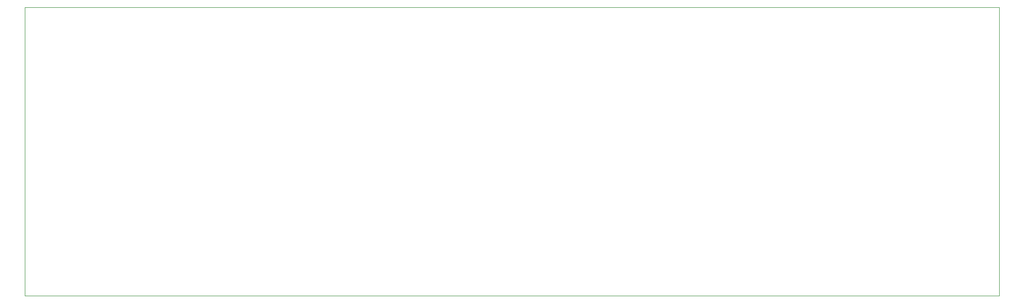
<source format=gbr>
%TF.GenerationSoftware,KiCad,Pcbnew,7.0.5*%
%TF.CreationDate,2023-07-11T20:53:32+10:00*%
%TF.ProjectId,BCM-ESP32-S3,42434d2d-4553-4503-9332-2d53332e6b69,rev?*%
%TF.SameCoordinates,Original*%
%TF.FileFunction,Profile,NP*%
%FSLAX46Y46*%
G04 Gerber Fmt 4.6, Leading zero omitted, Abs format (unit mm)*
G04 Created by KiCad (PCBNEW 7.0.5) date 2023-07-11 20:53:32*
%MOMM*%
%LPD*%
G01*
G04 APERTURE LIST*
%TA.AperFunction,Profile*%
%ADD10C,0.100000*%
%TD*%
G04 APERTURE END LIST*
D10*
X17145000Y-99695000D02*
X186690000Y-99695000D01*
X186690000Y-149860000D01*
X17145000Y-149860000D01*
X17145000Y-99695000D01*
M02*

</source>
